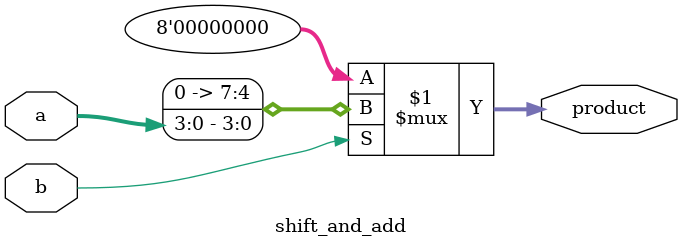
<source format=v>
module multiplier_4bit(
    input [3:0] a, b,
    output [7:0] product);

    wire [7:0] intermediate[3:0];

    shift_and_add SAA0(.a(a), .b(b[0]), .product(intermediate[0]));
    shift_and_add SAA1(.a(a), .b(b[1]), .product(intermediate[1]));
    shift_and_add SAA2(.a(a), .b(b[2]), .product(intermediate[2]));
    shift_and_add SAA3(.a(a), .b(b[3]), .product(intermediate[3]));

    assign product = intermediate[0] + (intermediate[1] << 1) + (intermediate[2] << 2) + (intermediate[3] << 3);

endmodule

module shift_and_add(input [3:0] a, input b, output [7:0] product);
    assign product = b ? {4'b0000, a} : 8'b00000000;
endmodule
</source>
